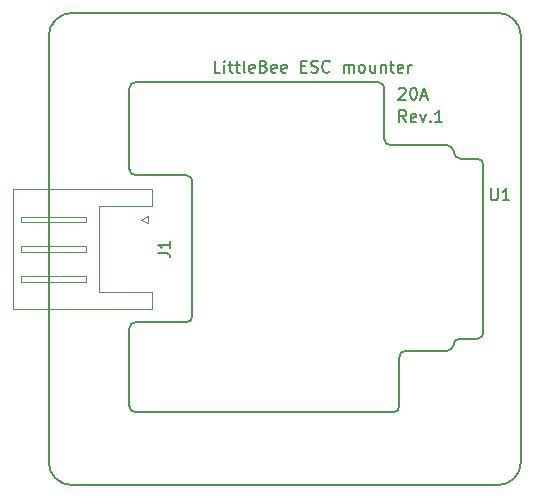
<source format=gto>
%TF.GenerationSoftware,KiCad,Pcbnew,5.0.2+dfsg1-1*%
%TF.CreationDate,2022-03-26T23:49:25+09:00*%
%TF.ProjectId,pwm-esc-littlebee,70776d2d-6573-4632-9d6c-6974746c6562,rev?*%
%TF.SameCoordinates,Original*%
%TF.FileFunction,Legend,Top*%
%TF.FilePolarity,Positive*%
%FSLAX46Y46*%
G04 Gerber Fmt 4.6, Leading zero omitted, Abs format (unit mm)*
G04 Created by KiCad (PCBNEW 5.0.2+dfsg1-1) date Sat 26 Mar 2022 11:49:25 PM JST*
%MOMM*%
%LPD*%
G01*
G04 APERTURE LIST*
%ADD10C,0.150000*%
%ADD11C,0.200000*%
%ADD12C,0.120000*%
G04 APERTURE END LIST*
D10*
X116840000Y-63246000D02*
X116840000Y-56388000D01*
X121666000Y-63754000D02*
X117348000Y-63754000D01*
X117348000Y-63754000D02*
G75*
G02X116840000Y-63246000I0J508000D01*
G01*
X122174000Y-64262000D02*
X122174000Y-75692000D01*
X116840000Y-76708000D02*
X116840000Y-83312000D01*
X117348000Y-76200000D02*
X121666000Y-76200000D01*
X116840000Y-76708000D02*
G75*
G02X117348000Y-76200000I508000J0D01*
G01*
X122174000Y-75692000D02*
G75*
G02X121666000Y-76200000I-508000J0D01*
G01*
X121666000Y-63754000D02*
G75*
G02X122174000Y-64262000I0J-508000D01*
G01*
X138430000Y-56388000D02*
X138430000Y-60706000D01*
X137922000Y-55880000D02*
G75*
G02X138430000Y-56388000I0J-508000D01*
G01*
X117348000Y-55880000D02*
X137922000Y-55880000D01*
X138938000Y-61214000D02*
X143764000Y-61214000D01*
X138938000Y-61214000D02*
G75*
G02X138430000Y-60706000I0J508000D01*
G01*
X143764000Y-61214000D02*
G75*
G02X144272000Y-61722000I0J-508000D01*
G01*
X139700000Y-79121000D02*
X139700000Y-83312000D01*
X140208000Y-78613000D02*
X143764000Y-78613000D01*
X144272000Y-78105000D02*
G75*
G02X143764000Y-78613000I-508000J0D01*
G01*
X139700000Y-79121000D02*
G75*
G02X140208000Y-78613000I508000J0D01*
G01*
X139700000Y-83312000D02*
G75*
G02X139192000Y-83820000I-508000J0D01*
G01*
X117348000Y-83820000D02*
X139192000Y-83820000D01*
X117348000Y-83820000D02*
G75*
G02X116840000Y-83312000I0J508000D01*
G01*
X116840000Y-56388000D02*
G75*
G02X117348000Y-55880000I508000J0D01*
G01*
X144780000Y-77597000D02*
X146304000Y-77597000D01*
X144907000Y-62357000D02*
X146304000Y-62357000D01*
X144272000Y-78105000D02*
G75*
G02X144780000Y-77597000I508000J0D01*
G01*
X144907000Y-62357000D02*
G75*
G02X144272000Y-61722000I0J635000D01*
G01*
D11*
X140263714Y-59253380D02*
X139930380Y-58777190D01*
X139692285Y-59253380D02*
X139692285Y-58253380D01*
X140073238Y-58253380D01*
X140168476Y-58301000D01*
X140216095Y-58348619D01*
X140263714Y-58443857D01*
X140263714Y-58586714D01*
X140216095Y-58681952D01*
X140168476Y-58729571D01*
X140073238Y-58777190D01*
X139692285Y-58777190D01*
X141073238Y-59205761D02*
X140978000Y-59253380D01*
X140787523Y-59253380D01*
X140692285Y-59205761D01*
X140644666Y-59110523D01*
X140644666Y-58729571D01*
X140692285Y-58634333D01*
X140787523Y-58586714D01*
X140978000Y-58586714D01*
X141073238Y-58634333D01*
X141120857Y-58729571D01*
X141120857Y-58824809D01*
X140644666Y-58920047D01*
X141454190Y-58586714D02*
X141692285Y-59253380D01*
X141930380Y-58586714D01*
X142311333Y-59158142D02*
X142358952Y-59205761D01*
X142311333Y-59253380D01*
X142263714Y-59205761D01*
X142311333Y-59158142D01*
X142311333Y-59253380D01*
X143311333Y-59253380D02*
X142739904Y-59253380D01*
X143025619Y-59253380D02*
X143025619Y-58253380D01*
X142930380Y-58396238D01*
X142835142Y-58491476D01*
X142739904Y-58539095D01*
X139652523Y-56443619D02*
X139700142Y-56396000D01*
X139795380Y-56348380D01*
X140033476Y-56348380D01*
X140128714Y-56396000D01*
X140176333Y-56443619D01*
X140223952Y-56538857D01*
X140223952Y-56634095D01*
X140176333Y-56776952D01*
X139604904Y-57348380D01*
X140223952Y-57348380D01*
X140843000Y-56348380D02*
X140938238Y-56348380D01*
X141033476Y-56396000D01*
X141081095Y-56443619D01*
X141128714Y-56538857D01*
X141176333Y-56729333D01*
X141176333Y-56967428D01*
X141128714Y-57157904D01*
X141081095Y-57253142D01*
X141033476Y-57300761D01*
X140938238Y-57348380D01*
X140843000Y-57348380D01*
X140747761Y-57300761D01*
X140700142Y-57253142D01*
X140652523Y-57157904D01*
X140604904Y-56967428D01*
X140604904Y-56729333D01*
X140652523Y-56538857D01*
X140700142Y-56443619D01*
X140747761Y-56396000D01*
X140843000Y-56348380D01*
X141557285Y-57062666D02*
X142033476Y-57062666D01*
X141462047Y-57348380D02*
X141795380Y-56348380D01*
X142128714Y-57348380D01*
X124548285Y-55062380D02*
X124072095Y-55062380D01*
X124072095Y-54062380D01*
X124881619Y-55062380D02*
X124881619Y-54395714D01*
X124881619Y-54062380D02*
X124834000Y-54110000D01*
X124881619Y-54157619D01*
X124929238Y-54110000D01*
X124881619Y-54062380D01*
X124881619Y-54157619D01*
X125214952Y-54395714D02*
X125595904Y-54395714D01*
X125357809Y-54062380D02*
X125357809Y-54919523D01*
X125405428Y-55014761D01*
X125500666Y-55062380D01*
X125595904Y-55062380D01*
X125786380Y-54395714D02*
X126167333Y-54395714D01*
X125929238Y-54062380D02*
X125929238Y-54919523D01*
X125976857Y-55014761D01*
X126072095Y-55062380D01*
X126167333Y-55062380D01*
X126643523Y-55062380D02*
X126548285Y-55014761D01*
X126500666Y-54919523D01*
X126500666Y-54062380D01*
X127405428Y-55014761D02*
X127310190Y-55062380D01*
X127119714Y-55062380D01*
X127024476Y-55014761D01*
X126976857Y-54919523D01*
X126976857Y-54538571D01*
X127024476Y-54443333D01*
X127119714Y-54395714D01*
X127310190Y-54395714D01*
X127405428Y-54443333D01*
X127453047Y-54538571D01*
X127453047Y-54633809D01*
X126976857Y-54729047D01*
X128214952Y-54538571D02*
X128357809Y-54586190D01*
X128405428Y-54633809D01*
X128453047Y-54729047D01*
X128453047Y-54871904D01*
X128405428Y-54967142D01*
X128357809Y-55014761D01*
X128262571Y-55062380D01*
X127881619Y-55062380D01*
X127881619Y-54062380D01*
X128214952Y-54062380D01*
X128310190Y-54110000D01*
X128357809Y-54157619D01*
X128405428Y-54252857D01*
X128405428Y-54348095D01*
X128357809Y-54443333D01*
X128310190Y-54490952D01*
X128214952Y-54538571D01*
X127881619Y-54538571D01*
X129262571Y-55014761D02*
X129167333Y-55062380D01*
X128976857Y-55062380D01*
X128881619Y-55014761D01*
X128834000Y-54919523D01*
X128834000Y-54538571D01*
X128881619Y-54443333D01*
X128976857Y-54395714D01*
X129167333Y-54395714D01*
X129262571Y-54443333D01*
X129310190Y-54538571D01*
X129310190Y-54633809D01*
X128834000Y-54729047D01*
X130119714Y-55014761D02*
X130024476Y-55062380D01*
X129834000Y-55062380D01*
X129738761Y-55014761D01*
X129691142Y-54919523D01*
X129691142Y-54538571D01*
X129738761Y-54443333D01*
X129834000Y-54395714D01*
X130024476Y-54395714D01*
X130119714Y-54443333D01*
X130167333Y-54538571D01*
X130167333Y-54633809D01*
X129691142Y-54729047D01*
X131357809Y-54538571D02*
X131691142Y-54538571D01*
X131834000Y-55062380D02*
X131357809Y-55062380D01*
X131357809Y-54062380D01*
X131834000Y-54062380D01*
X132214952Y-55014761D02*
X132357809Y-55062380D01*
X132595904Y-55062380D01*
X132691142Y-55014761D01*
X132738761Y-54967142D01*
X132786380Y-54871904D01*
X132786380Y-54776666D01*
X132738761Y-54681428D01*
X132691142Y-54633809D01*
X132595904Y-54586190D01*
X132405428Y-54538571D01*
X132310190Y-54490952D01*
X132262571Y-54443333D01*
X132214952Y-54348095D01*
X132214952Y-54252857D01*
X132262571Y-54157619D01*
X132310190Y-54110000D01*
X132405428Y-54062380D01*
X132643523Y-54062380D01*
X132786380Y-54110000D01*
X133786380Y-54967142D02*
X133738761Y-55014761D01*
X133595904Y-55062380D01*
X133500666Y-55062380D01*
X133357809Y-55014761D01*
X133262571Y-54919523D01*
X133214952Y-54824285D01*
X133167333Y-54633809D01*
X133167333Y-54490952D01*
X133214952Y-54300476D01*
X133262571Y-54205238D01*
X133357809Y-54110000D01*
X133500666Y-54062380D01*
X133595904Y-54062380D01*
X133738761Y-54110000D01*
X133786380Y-54157619D01*
X134976857Y-55062380D02*
X134976857Y-54395714D01*
X134976857Y-54490952D02*
X135024476Y-54443333D01*
X135119714Y-54395714D01*
X135262571Y-54395714D01*
X135357809Y-54443333D01*
X135405428Y-54538571D01*
X135405428Y-55062380D01*
X135405428Y-54538571D02*
X135453047Y-54443333D01*
X135548285Y-54395714D01*
X135691142Y-54395714D01*
X135786380Y-54443333D01*
X135834000Y-54538571D01*
X135834000Y-55062380D01*
X136453047Y-55062380D02*
X136357809Y-55014761D01*
X136310190Y-54967142D01*
X136262571Y-54871904D01*
X136262571Y-54586190D01*
X136310190Y-54490952D01*
X136357809Y-54443333D01*
X136453047Y-54395714D01*
X136595904Y-54395714D01*
X136691142Y-54443333D01*
X136738761Y-54490952D01*
X136786380Y-54586190D01*
X136786380Y-54871904D01*
X136738761Y-54967142D01*
X136691142Y-55014761D01*
X136595904Y-55062380D01*
X136453047Y-55062380D01*
X137643523Y-54395714D02*
X137643523Y-55062380D01*
X137214952Y-54395714D02*
X137214952Y-54919523D01*
X137262571Y-55014761D01*
X137357809Y-55062380D01*
X137500666Y-55062380D01*
X137595904Y-55014761D01*
X137643523Y-54967142D01*
X138119714Y-54395714D02*
X138119714Y-55062380D01*
X138119714Y-54490952D02*
X138167333Y-54443333D01*
X138262571Y-54395714D01*
X138405428Y-54395714D01*
X138500666Y-54443333D01*
X138548285Y-54538571D01*
X138548285Y-55062380D01*
X138881619Y-54395714D02*
X139262571Y-54395714D01*
X139024476Y-54062380D02*
X139024476Y-54919523D01*
X139072095Y-55014761D01*
X139167333Y-55062380D01*
X139262571Y-55062380D01*
X139976857Y-55014761D02*
X139881619Y-55062380D01*
X139691142Y-55062380D01*
X139595904Y-55014761D01*
X139548285Y-54919523D01*
X139548285Y-54538571D01*
X139595904Y-54443333D01*
X139691142Y-54395714D01*
X139881619Y-54395714D01*
X139976857Y-54443333D01*
X140024476Y-54538571D01*
X140024476Y-54633809D01*
X139548285Y-54729047D01*
X140453047Y-55062380D02*
X140453047Y-54395714D01*
X140453047Y-54586190D02*
X140500666Y-54490952D01*
X140548285Y-54443333D01*
X140643523Y-54395714D01*
X140738761Y-54395714D01*
D10*
X146812000Y-77089000D02*
X146812000Y-62865000D01*
X146304000Y-62357000D02*
G75*
G02X146812000Y-62865000I0J-508000D01*
G01*
X146812000Y-77089000D02*
G75*
G02X146304000Y-77597000I-508000J0D01*
G01*
X112000000Y-90000000D02*
G75*
G02X110000000Y-88000000I0J2000000D01*
G01*
X150000000Y-88000000D02*
G75*
G02X148000000Y-90000000I-2000000J0D01*
G01*
X148000000Y-50000000D02*
G75*
G02X150000000Y-52000000I0J-2000000D01*
G01*
X110000000Y-52000000D02*
G75*
G02X112000000Y-50000000I2000000J0D01*
G01*
X110000000Y-88000000D02*
X110000000Y-52000000D01*
X148000000Y-90000000D02*
X112000000Y-90000000D01*
X150000000Y-52000000D02*
X150000000Y-88000000D01*
X112000000Y-50000000D02*
X148000000Y-50000000D01*
X110000000Y-52000000D02*
G75*
G02X112000000Y-50000000I2000000J0D01*
G01*
X148000000Y-50000000D02*
G75*
G02X150000000Y-52000000I0J-2000000D01*
G01*
X150000000Y-88000000D02*
G75*
G02X148000000Y-90000000I-2000000J0D01*
G01*
X112000000Y-90000000D02*
G75*
G02X110000000Y-88000000I0J2000000D01*
G01*
X112000000Y-90000000D02*
X148000000Y-90000000D01*
X150000000Y-88000000D02*
X150000000Y-52000000D01*
X148000000Y-50000000D02*
X112000000Y-50000000D01*
X110000000Y-52000000D02*
X110000000Y-88000000D01*
D12*
X107022000Y-70000000D02*
X107022000Y-64940000D01*
X107022000Y-64940000D02*
X118742000Y-64940000D01*
X118742000Y-64940000D02*
X118742000Y-66360000D01*
X118742000Y-66360000D02*
X114242000Y-66360000D01*
X114242000Y-66360000D02*
X114242000Y-70000000D01*
X107022000Y-70000000D02*
X107022000Y-75060000D01*
X107022000Y-75060000D02*
X118742000Y-75060000D01*
X118742000Y-75060000D02*
X118742000Y-73640000D01*
X118742000Y-73640000D02*
X114242000Y-73640000D01*
X114242000Y-73640000D02*
X114242000Y-70000000D01*
X113132000Y-67250000D02*
X107632000Y-67250000D01*
X107632000Y-67250000D02*
X107632000Y-67750000D01*
X107632000Y-67750000D02*
X113132000Y-67750000D01*
X113132000Y-67750000D02*
X113132000Y-67250000D01*
X113132000Y-69750000D02*
X107632000Y-69750000D01*
X107632000Y-69750000D02*
X107632000Y-70250000D01*
X107632000Y-70250000D02*
X113132000Y-70250000D01*
X113132000Y-70250000D02*
X113132000Y-69750000D01*
X113132000Y-72250000D02*
X107632000Y-72250000D01*
X107632000Y-72250000D02*
X107632000Y-72750000D01*
X107632000Y-72750000D02*
X113132000Y-72750000D01*
X113132000Y-72750000D02*
X113132000Y-72250000D01*
X117832000Y-67500000D02*
X118432000Y-67200000D01*
X118432000Y-67200000D02*
X118432000Y-67800000D01*
X118432000Y-67800000D02*
X117832000Y-67500000D01*
D10*
X147447095Y-64857380D02*
X147447095Y-65666904D01*
X147494714Y-65762142D01*
X147542333Y-65809761D01*
X147637571Y-65857380D01*
X147828047Y-65857380D01*
X147923285Y-65809761D01*
X147970904Y-65762142D01*
X148018523Y-65666904D01*
X148018523Y-64857380D01*
X149018523Y-65857380D02*
X148447095Y-65857380D01*
X148732809Y-65857380D02*
X148732809Y-64857380D01*
X148637571Y-65000238D01*
X148542333Y-65095476D01*
X148447095Y-65143095D01*
X119284380Y-70333333D02*
X119998666Y-70333333D01*
X120141523Y-70380952D01*
X120236761Y-70476190D01*
X120284380Y-70619047D01*
X120284380Y-70714285D01*
X120284380Y-69333333D02*
X120284380Y-69904761D01*
X120284380Y-69619047D02*
X119284380Y-69619047D01*
X119427238Y-69714285D01*
X119522476Y-69809523D01*
X119570095Y-69904761D01*
M02*

</source>
